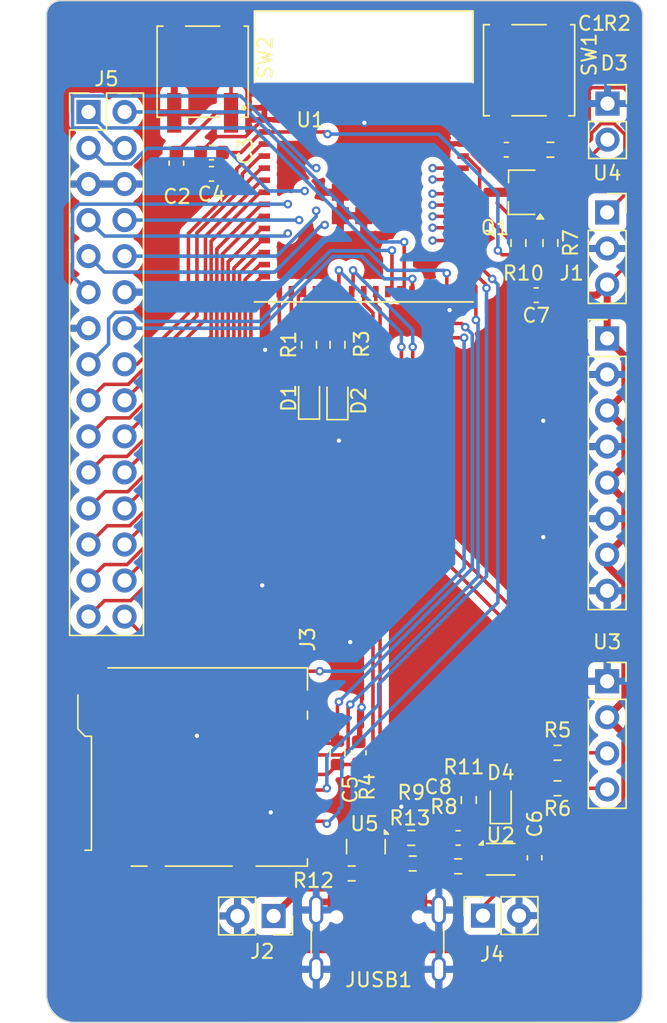
<source format=kicad_pcb>
(kicad_pcb (version 20240108) (generator "pcbnew") (generator_version "8.0")
  (layers (0 "F.Cu" signal "L1") (1 "In1.Cu" signal) (2 "In2.Cu" signal) (31 "B.Cu" signal "L4") (34 "B.Paste" user) (35 "F.Paste" user) (36 "B.SilkS" user "B.Silkscreen") (37 "F.SilkS" user "F.Silkscreen") (38 "B.Mask" user) (39 "F.Mask" user) (44 "Edge.Cuts" user))
  (net 0 "")
  (net 1 "GND")
  (net 2 "/ESP32_EN")
  (net 3 "VBUS")
  (net 4 "+3V3")
  (net 5 "/GPIO0")
  (net 6 "Net-(D1-A)")
  (net 7 "Net-(D2-A)")
  (net 8 "/GPIO33")
  (net 9 "/GPIO36")
  (net 10 "/GPIO37")
  (net 11 "/GPIO34")
  (net 12 "/GPIO35")
  (net 13 "/USB_N")
  (net 14 "Net-(JUSB1-CC2)")
  (net 15 "/USB_P")
  (net 16 "Net-(JUSB1-CC1)")
  (net 19 "Net-(Q1-G)")
  (net 20 "Net-(Q1-D)")
  (net 21 "/GPIO45")
  (net 22 "/GPIO15")
  (net 23 "/GPIO16")
  (net 24 "/I2C_SDA")
  (net 25 "/I2C_SCL")
  (net 26 "/GPIO7")
  (net 27 "/GPIO12")
  (net 28 "/GPIO39")
  (net 29 "/GPIO3")
  (net 30 "/GPIO5")
  (net 31 "/GPIO38")
  (net 32 "/GPIO21")
  (net 33 "/GPIO2")
  (net 34 "/GPIO48")
  (net 35 "/GPIO46")
  (net 36 "/GPIO8")
  (net 37 "/GPIO4")
  (net 38 "/GPIO11")
  (net 39 "/TXD")
  (net 40 "/GPIO1")
  (net 41 "/GPIO10")
  (net 42 "/GPIO41")
  (net 43 "/GPIO6")
  (net 44 "/GPIO40")
  (net 45 "/GPIO47")
  (net 46 "/RXD")
  (net 47 "/GPIO26")
  (net 48 "/GPIO14")
  (net 49 "/GPIO42")
  (net 50 "/GPIO9")
  (net 51 "/GPIO13")
  (net 52 "VBAT")
  (net 53 "Net-(D3-A)")
  (net 54 "Net-(D4-A)")
  (net 58 "Net-(U2-FB)")
  (footprint "PCM_Espressif:XCVR_ESP32-S3-MINI-1-N8" (layer "F.Cu") (at 118.35 31.5)
    (property "Reference" "U1")
    (property "Value" "ESP32-S3-MINI-1-N8")
  )
  (footprint "Resistor_SMD:R_0603_1608Metric" (layer "F.Cu") (at 116.5 42.25 90)
    (property "Reference" "R3")
    (property "Value" "1K")
  )
  (footprint "Resistor_SMD:R_0603_1608Metric" (layer "F.Cu") (at 131.5 28.5)
    (property "Reference" "R2")
    (property "Value" "10k")
  )
  (footprint "Connector_PinSocket_2.54mm:PinSocket_1x02_P2.54mm_Vertical" (layer "F.Cu") (at 112 82.5 -90)
    (property "Reference" "J2")
    (property "Value" "Conn_01x02")
  )
  (footprint "LED_SMD:LED_0603_1608Metric" (layer "F.Cu") (at 114.5 46 90)
    (property "Reference" "D1")
    (property "Value" "LED")
  )
  (footprint "Connector_PinSocket_2.54mm:PinSocket_1x02_P2.54mm_Vertical" (layer "F.Cu") (at 126.75 82.475 90)
    (property "Reference" "J4")
    (property "Value" "Conn_01x02")
  )
  (footprint "Capacitor_SMD:C_0603_1608Metric" (layer "F.Cu") (at 125 77 180)
    (property "Reference" "C8")
    (property "Value" "10uF")
  )
  (footprint "Connector_PinHeader_2.54mm:PinHeader_2x15_P2.54mm_Vertical" (layer "F.Cu") (at 98.96 25.84)
    (property "Reference" "J5")
    (property "Value" "Conn_02x15_Top_Bottom")
  )
  (footprint "Capacitor_SMD:C_0603_1608Metric" (layer "F.Cu") (at 130.5 38.75 180)
    (property "Reference" "C7")
    (property "Value" "2.2u")
  )
  (footprint "Resistor_SMD:R_0603_1608Metric" (layer "F.Cu") (at 125 79 180)
    (property "Reference" "R8")
    (property "Value" "1M")
  )
  (footprint "Connector_PinSocket_2.54mm:PinSocket_1x02_P2.54mm_Vertical" (layer "F.Cu") (at 135.525 25.25)
    (property "Reference" "D3")
    (property "Value" "IR204A")
  )
  (footprint "Package_TO_SOT_SMD:TSOT-23_HandSoldering" (layer "F.Cu") (at 129.5 31.5 180)
    (property "Reference" "Q1")
    (property "Value" "AO3400A")
  )
  (footprint "Button_Switch_SMD:SW_Push_1P1T_NO_CK_KSC6xxJ" (layer "F.Cu") (at 107 23 90)
    (property "Reference" "SW2")
    (property "Value" "BOOT")
  )
  (footprint "LED_SMD:LED_0603_1608Metric" (layer "F.Cu") (at 128 74.5 90)
    (property "Reference" "D4")
    (property "Value" "LED")
  )
  (footprint "Resistor_SMD:R_0603_1608Metric" (layer "F.Cu") (at 117.5 79.5 180)
    (property "Reference" "R12")
    (property "Value" "5.1k")
  )
  (footprint "Connector_Card:microSD_HC_Hirose_DM3BT-DSF-PEJS" (layer "F.Cu") (at 106.5 72 -90)
    (property "Reference" "J3")
    (property "Value" "Micro_SD_Card_Det2")
  )
  (footprint "Connector_PinSocket_2.54mm:PinSocket_1x04_P2.54mm_Vertical" (layer "F.Cu") (at 135.5 65.96)
    (property "Reference" "U3")
    (property "Value" "DM-OLED096-636")
  )
  (footprint "Capacitor_SMD:C_0603_1608Metric" (layer "F.Cu") (at 118 71 90)
    (property "Reference" "C5")
    (property "Value" "100n")
  )
  (footprint "Package_DFN_QFN:Diodes_UDFN-10_1.0x2.5mm_P0.5mm" (layer "F.Cu") (at 118.5 77.6125 -90)
    (property "Reference" "U5")
    (property "Value" "ESD7104MUTAG")
  )
  (footprint "Connector_USB:USB_C_Receptacle_GCT_USB4105-xx-A_16P_TopMnt_Horizontal" (layer "F.Cu") (at 119.32 85.18)
    (property "Reference" "JUSB1")
    (property "Value" "USB_C_Receptacle_USB2.0")
  )
  (footprint "Button_Switch_SMD:SW_Push_1P1T_NO_CK_KSC6xxJ" (layer "F.Cu") (at 130 22.9 90)
    (property "Reference" "SW1")
    (property "Value" "RESET")
  )
  (footprint "Resistor_SMD:R_0603_1608Metric" (layer "F.Cu") (at 121.7 77)
    (property "Reference" "R9")
    (property "Value" "200k")
  )
  (footprint "Capacitor_SMD:C_0603_1608Metric" (layer "F.Cu") (at 130.3875 78.4 90)
    (property "Reference" "C6")
    (property "Value" "10uF")
  )
  (footprint "Connector_PinSocket_2.54mm:PinSocket_1x03_P2.54mm_Vertical" (layer "F.Cu") (at 135.5 32.92)
    (property "Reference" "U4")
    (property "Value" "TSDP343xx")
  )
  (footprint "Capacitor_SMD:C_0603_1608Metric" (layer "F.Cu") (at 107.625 28.7 180)
    (property "Reference" "C3")
    (property "Value" "0.1uF")
  )
  (footprint "Resistor_SMD:R_0603_1608Metric" (layer "F.Cu") (at 132 73.5 180)
    (property "Reference" "R6")
    (property "Value" "4k7")
  )
  (footprint "Resistor_SMD:R_0603_1608Metric" (layer "F.Cu") (at 131.5 35.075 -90)
    (property "Reference" "R7")
    (property "Value" "1k")
  )
  (footprint "Package_SON:WSON-6-1EP_2x2mm_P0.65mm_EP1x1.6mm" (layer "F.Cu") (at 128 78.5)
    (property "Reference" "U2")
    (property "Value" "TLV75801PDRV")
  )
  (footprint "Resistor_SMD:R_0603_1608Metric" (layer "F.Cu") (at 129.25 35.075 -90)
    (property "Reference" "R10")
    (property "Value" "33")
  )
  (footprint "Capacitor_SMD:C_0603_1608Metric" (layer "F.Cu") (at 105.15 29.45 -90)
    (property "Reference" "C2")
    (property "Value" "0.1uF")
  )
  (footprint "LED_SMD:LED_0603_1608Metric" (layer "F.Cu") (at 116.5 46.0375 90)
    (property "Reference" "D2")
    (property "Value" "LED")
  )
  (footprint "Resistor_SMD:R_0603_1608Metric" (layer "F.Cu") (at 125.75 74.325 90)
    (property "Reference" "R11")
    (property "Value" "5.1k")
  )
  (footprint "Resistor_SMD:R_0603_1608Metric" (layer "F.Cu") (at 132 71 180)
    (property "Reference" "R5")
    (property "Value" "4k7")
  )
  (footprint "Capacitor_SMD:C_0603_1608Metric" (layer "F.Cu") (at 128.4 28.5 180)
    (property "Reference" "C1")
    (property "Value" "0.1uF")
  )
  (footprint "Resistor_SMD:R_0603_1608Metric" (layer "F.Cu") (at 114.5 42.25 90)
    (property "Reference" "R1")
    (property "Value" "1K")
  )
  (footprint "Capacitor_SMD:C_0603_1608Metric" (layer "F.Cu") (at 107.625 30.2 180)
    (property "Reference" "C4")
    (property "Value" "10uF")
  )
  (footprint "Resistor_SMD:R_0603_1608Metric" (layer "F.Cu") (at 121.8 78.8)
    (property "Reference" "R13")
    (property "Value" "5.1k")
  )
  (footprint "Resistor_SMD:R_0603_1608Metric" (layer "F.Cu") (at 116.5 71 -90)
    (property "Reference" "R4")
    (property "Value" "5k1")
  )
  (footprint "Connector_PinHeader_2.54mm:PinHeader_1x08_P2.54mm_Vertical" (layer "F.Cu") (at 135.5 41.8)
    (property "Reference" "J1")
    (property "Value" "Conn_01x08")
  )
  (gr_line (start 135.985786 89.985786) (end 98.000001 89.999999) (stroke (width 0.1)) (layer "Edge.Cuts"))
  (gr_line (start 97 18) (end 137 18) (stroke (width 0.1)) (layer "Edge.Cuts"))
  (gr_line (start 138 19) (end 137.985786 87.985786) (stroke (width 0.1)) (layer "Edge.Cuts"))
  (gr_arc (start 137 18) (mid 137.707107 18.292893) (end 138 19) (stroke (width 0.1)) (layer "Edge.Cuts"))
  (gr_arc (start 98.000001 89.999999) (mid 96.585787 89.414213) (end 96.000001 87.999999) (stroke (width 0.1)) (layer "Edge.Cuts"))
  (gr_arc (start 96 19) (mid 96.292893 18.292893) (end 97 18) (stroke (width 0.1)) (layer "Edge.Cuts"))
  (gr_line (start 96.000001 87.999999) (end 96 19) (stroke (width 0.1)) (layer "Edge.Cuts"))
  (gr_arc (start 137.985786 87.985786) (mid 137.4 89.4) (end 135.985786 89.985786) (stroke (width 0.1)) (layer "Edge.Cuts"))
  (segment (start 106.85 30.2) (end 106.85 28.7) (width 0.25) (layer "F.Cu") (net 1))
  (segment (start 118.24986 78.75014) (end 118.5 78.5) (width 0.25) (layer "F.Cu") (net 1))
  (segment (start 118.5 77.2625) (end 118.5 76.6625) (width 0.25) (layer "F.Cu") (net 1))
  (segment (start 118.2 67.8) (end 118 68) (width 0.25) (layer "F.Cu") (net 1))
  (segment (start 106.825 30.225) (end 106.85 30.2) (width 0.25) (layer "F.Cu") (net 1))
  (segment (start 117.4 63.2) (end 118.2 64) (width 0.25) (layer "F.Cu") (net 1))
  (segment (start 122.52 81.5) (end 123.065 81.5) (width 0.25) (layer "F.Cu") (net 1))
  (segment (start 123.065 81.5) (end 123.64 82.075) (width 0.25) (layer "F.Cu") (net 1))
  (segment (start 106.85 28.7) (end 107.97514 27.57486) (width 0.25) (layer "F.Cu") (net 1))
  (segment (start 127.625 28.5) (end 127.625 26.175) (width 0.25) (layer "F.Cu") (net 1))
  (segment (start 110.02514 27.57486) (end 111.2 26.4) (width 0.25) (layer "F.Cu") (net 1))
  (segment (start 118.2 64) (end 118.2 67.8) (width 0.25) (layer "F.Cu") (net 1))
  (segment (start 107.97514 27.57486) (end 110.02514 27.57486) (width 0.25) (layer "F.Cu") (net 1))
  (segment (start 105.15 30.225) (end 106.825 30.225) (width 0.25) (layer "F.Cu") (net 1))
  (segment (start 118.5 76.6625) (end 116.5625 74.725) (width 0.25) (layer "F.Cu") (net 1))
  (segment (start 118.5 78.025) (end 118.5 77.2625) (width 0.25) (layer "F.Cu") (net 1))
  (segment (start 117.42486 78.75014) (end 118.24986 78.75014) (width 0.25) (layer "F.Cu") (net 1))
  (segment (start 118.5 78.5) (end 118.5 78.025) (width 0.25) (layer "F.Cu") (net 1))
  (segment (start 116.675 79.5) (end 117.42486 78.75014) (width 0.25) (layer "F.Cu") (net 1))
  (segment (start 118 68) (end 118 70.225) (width 0.25) (layer "F.Cu") (net 1))
  (segment (start 111.05028 26.4) (end 111.35 26.4) (width 0.25) (layer "F.Cu") (net 1))
  (segment (start 127.625 26.175) (end 128 25.8) (width 0.25) (layer "F.Cu") (net 1))
  (segment (start 116.5625 74.725) (end 114.125 74.725) (width 0.25) (layer "F.Cu") (net 1))
  (segment (start 111.2 26.4) (end 111.35 26.4) (width 0.25) (layer "F.Cu") (net 1))
  (via (at 124.4 39.8) (size 0.604799) (drill 0.299999) (layers "F.Cu" "B.Cu") (net 1))
  (via (at 111.8 75.2) (size 0.604799) (drill 0.299999) (layers "F.Cu" "B.Cu") (net 1))
  (via (at 106.6 69.8) (size 0.604799) (drill 0.299999) (layers "F.Cu" "B.Cu") (net 1))
  (via (at 117.4 63.2) (size 0.604799) (drill 0.299999) (layers "F.Cu" "B.Cu") (net 1))
  (via (at 111.2 59.2) (size 0.604799) (drill 0.299999) (layers "F.Cu" "B.Cu") (net 1))
  (via (at 118.4 26.6) (size 0.604799) (drill 0.299999) (layers "F.Cu" "B.Cu") (net 1))
  (via (at 131 47.6) (size 0.604799) (drill 0.299999) (layers "F.Cu" "B.Cu") (net 1))
  (via (at 131 55.8) (size 0.604799) (drill 0.299999) (layers "F.Cu" "B.Cu") (net 1))
  (via (at 121 74.8) (size 0.604799) (drill 0.299999) (layers "F.Cu" "B.Cu") (net 1))
  (via (at 118.2 67.8) (size 0.604799) (drill 0.299999) (layers "F.Cu" "B.Cu") (net 1))
  (via (at 116.6 49) (size 0.604799) (drill 0.299999) (layers "F.Cu" "B.Cu") (net 1))
  (via (at 111.4 42.6) (size 0.604799) (drill 0.299999) (layers "F.Cu" "B.Cu") (net 1))
  (segment (start 127.186716 29.24986) (end 126.42472 28.487864) (width 0.25) (layer "F.Cu") (net 2))
  (segment (start 130.675 28.5) (end 130.675 27.125) (width 0.25) (layer "F.Cu") (net 2))
  (segment (start 126.42472 28.487864) (end 126.42472 26.325) (width 0.25) (layer "F.Cu") (net 2))
  (segment (start 128.42514 29.24986) (end 127.186716 29.24986) (width 0.25) (layer "F.Cu") (net 2))
  (segment (start 132 20) (end 132 25.8) (width 0.25) (layer "F.Cu") (net 2))
  (segment (start 129.175 28.5) (end 128.42514 29.24986) (width 0.25) (layer "F.Cu") (net 2))
  (segment (start 126.42472 26.325) (end 125.64972 25.55) (width 0.25) (layer "F.Cu") (net 2))
  (segment (start 125.64972 25.55) (end 125.35 25.55) (width 0.25) (layer "F.Cu") (net 2))
  (segment (start 129.175 28.5) (end 130.675 28.5) (width 0.25) (layer "F.Cu") (net 2))
  (segment (start 130.675 27.125) (end 132 25.8) (width 0.25) (layer "F.Cu") (net 2))
  (segment (start 112 82.5) (end 113.97486 80.52514) (width 0.5) (layer "F.Cu") (net 3))
  (segment (start 118 78) (end 118 77.225) (width 0.25) (layer "F.Cu") (net 3))
  (segment (start 116.501916 80.52514) (end 116.92 80.943224) (width 0.5) (layer "F.Cu") (net 3))
  (segment (start 121.72 81.5) (end 121.72 82.074999) (width 0.25) (layer "F.Cu") (net 3))
  (segment (start 118.198144 83.2) (end 116.92 81.921856) (width 0.25) (layer "F.Cu") (net 3))
  (segment (start 112.225 82.5) (end 112 82.5) (width 0.25) (layer "F.Cu") (net 3))
  (segment (start 121.72 82.074999) (end 120.594999 83.2) (width 0.25) (layer "F.Cu") (net 3))
  (segment (start 117.125 77.225) (end 112 82.35) (width 0.25) (layer "F.Cu") (net 3))
  (segment (start 120.594999 83.2) (end 118.198144 83.2) (width 0.25) (layer "F.Cu") (net 3))
  (segment (start 117.5 77.225) (end 117.125 77.225) (width 0.25) (layer "F.Cu") (net 3))
  (segment (start 113.97486 80.52514) (end 116.501916 80.52514) (width 0.5) (layer "F.Cu") (net 3))
  (segment (start 116.92 81.921856) (end 116.92 81.5) (width 0.25) (layer "F.Cu") (net 3))
  (segment (start 116.92 80.943224) (end 116.92 81.5) (width 0.5) (layer "F.Cu") (net 3))
  (segment (start 112 82.35) (end 112 82.5) (width 0.25) (layer "F.Cu") (net 3))
  (segment (start 117.5 77.225) (end 118 77.225) (width 0.25) (layer "F.Cu") (net 3))
  (segment (start 136.74986 59.062291) (end 136.74986 67.25014) (width 0.5) (layer "F.Cu") (net 4))
  (segment (start 127.1125 77.85) (end 126.625 77.85) (width 0.25) (layer "F.Cu") (net 4))
  (segment (start 114.125 72.525) (end 115.8 72.525) (width 0.25) (layer "F.Cu") (net 4))
  (segment (start 136.74986 48.12986) (end 136.74986 50.71014) (width 0.5) (layer "F.Cu") (net 4))
  (segment (start 132.256855 75.25) (end 136 75.25) (width 0.5) (layer "F.Cu") (net 4))
  (segment (start 131.175 74.168145) (end 132.256855 75.25) (width 0.5) (layer "F.Cu") (net 4))
  (segment (start 136.74986 50.71014) (end 135.5 51.96) (width 0.5) (layer "F.Cu") (net 4))
  (segment (start 135.5 57.04) (end 135.5 57.812431) (width 0.5) (layer "F.Cu") (net 4))
  (segment (start 136.74986 69.74986) (end 135.5 68.5) (width 0.5) (layer "F.Cu") (net 4))
  (segment (start 115.65 27.25) (end 111.35 27.25) (width 0.25) (layer "F.Cu") (net 4))
  (segment (start 129.25 35.9) (end 129.25 36.725) (width 0.5) (layer "F.Cu") (net 4))
  (segment (start 124.175 78.6) (end 125.775 77) (width 0.25) (layer "F.Cu") (net 4))
  (segment (start 109.7 28.7) (end 111.15 27.25) (width 0.25) (layer "F.Cu") (net 4))
  (segment (start 102.5 62.4) (end 102.5 79.25) (width 0.25) (layer "F.Cu") (net 4))
  (segment (start 125.220988 72.70014) (end 124.75 73.171128) (width 0.5) (layer "F.Cu") (net 4))
  (segment (start 131.175 73.5) (end 131.175 74.168145) (width 0.5) (layer "F.Cu") (net 4))
  (segment (start 131.175 83.825) (end 131.175 73.5) (width 0.25) (layer "F.Cu") (net 4))
  (segment (start 131.175 73.5) (end 130.37514 72.70014) (width 0.5) (layer "F.Cu") (net 4))
  (segment (start 137.2 24.67528) (end 137.2 36.3) (width 0.25) (layer "F.Cu") (net 4))
  (segment (start 136.64986 24.12514) (end 137.2 24.67528) (width 0.25) (layer "F.Cu") (net 4))
  (segment (start 108.4 28.7) (end 109.7 28.7) (width 0.25) (layer "F.Cu") (net 4))
  (segment (start 136.74986 74.50014) (end 136.74986 69.74986) (width 0.5) (layer "F.Cu") (net 4))
  (segment (start 126.625 77.85) (end 125.775 77) (width 0.25) (layer "F.Cu") (net 4))
  (segment (start 108.4 30.2) (end 108.4 28.7) (width 0.25) (layer "F.Cu") (net 4))
  (segment (start 111.498222 72.525) (end 105 79.023222) (width 0.25) (layer "F.Cu") (net 4))
  (segment (start 131.175 73.5) (end 131.175 71) (width 0.5) (layer "F.Cu") (net 4))
  (segment (start 134.75 38.75) (end 135.5 38) (width 0.5) (layer "F.Cu") (net 4))
  (segment (start 115.8 72.525) (end 116.5 71.825) (width 0.25) (layer "F.Cu") (net 4))
  (segment (start 136.74986 53.20986) (end 136.74986 55.79014) (width 0.5) (layer "F.Cu") (net 4))
  (segment (start 104.375 81.125) (end 108.25 85) (width 0.25) (layer "F.Cu") (net 4))
  (segment (start 137.2 36.3) (end 135.5 38) (width 0.25) (layer "F.Cu") (net 4))
  (segment (start 117.95 71.825) (end 118 71.775) (width 0.25) (layer "F.Cu") (net 4))
  (segment (start 136.74986 55.79014) (end 135.5 57.04) (width 0.5) (layer "F.Cu") (net 4))
  (segment (start 130.37514 72.70014) (end 125.220988 72.70014) (width 0.5) (layer "F.Cu") (net 4))
  (segment (start 105 80.5) (end 104.375 81.125) (width 0.25) (layer "F.Cu") (net 4))
  (segment (start 129.25 36.725) (end 131.275 38.75) (width 0.5) (layer "F.Cu") (net 4))
  (segment (start 102.5 79.25) (end 104.375 81.125) (width 0.25) (layer "F.Cu") (net 4))
  (segment (start 136 75.25) (end 136.74986 74.50014) (width 0.5) (layer "F.Cu") (net 4))
  (segment (start 124.175 79) (end 124.175 78.6) (width 0.25) (layer "F.Cu") (net 4))
  (segment (start 135.5 38) (end 135.5 41.8) (width 0.5) (layer "F.Cu") (net 4))
  (segment (start 127.8 35.6) (end 128.1 35.9) (width 0.25) (layer "F.Cu") (net 4))
  (segment (start 130 85) (end 131.175 83.825) (width 0.25) (layer "F.Cu") (net 4))
  (segment (start 108.25 85) (end 130 85) (width 0.25) (layer "F.Cu") (net 4))
  (segment (start 136.74986 43.04986) (end 136.74986 45.63014) (width 0.5) (layer "F.Cu") (net 4))
  (segment (start 128.1 35.9) (end 129.25 35.9) (width 0.25) (layer "F.Cu") (net 4))
  (segment (start 135.5 51.96) (end 136.74986 53.20986) (width 0.5) (layer "F.Cu") (net 4))
  (segment (start 136.74986 67.25014) (end 135.5 68.5) (width 0.5) (layer "F.Cu") (net 4))
  (segment (start 105 79.023222) (end 105 80.5) (width 0.25) (layer "F.Cu") (net 4))
  (segment (start 114.125 72.525) (end 111.498222 72.525) (width 0.25) (layer "F.Cu") (net 4))
  (segment (start 111.15 27.25) (end 111.35 27.25) (width 0.25) (layer "F.Cu") (net 4))
  (segment (start 132.325 28.5) (end 134.234513 26.590487) (width 0.25) (layer "F.Cu") (net 4))
  (segment (start 135.5 41.8) (end 136.74986 43.04986) (width 0.5) (layer "F.Cu") (net 4))
  (segment (start 124.75 74.15) (end 125.75 75.15) (width 0.5) (layer "F.Cu") (net 4))
  (segment (start 124.75 73.171128) (end 124.75 74.15) (width 0.5) (layer "F.Cu") (net 4))
  (segment (start 136.74986 45.63014) (end 135.5 46.88) (width 0.5) (layer "F.Cu") (net 4))
  (segment (start 125.775 75.175) (end 125.75 75.15) (width 0.5) (layer "F.Cu") (net 4))
  (segment (start 115.8 27.4) (end 115.65 27.25) (width 0.25) (layer "F.Cu") (net 4))
  (segment (start 134.234513 24.290767) (end 134.40014 24.12514) (width 0.25) (layer "F.Cu") (net 4))
  (segment (start 135.5 46.88) (end 136.74986 48.12986) (width 0.5) (layer "F.Cu") (net 4))
  (segment (start 131.275 38.75) (end 134.75 38.75) (width 0.5) (layer "F.Cu") (net 4))
  (segment (start 135.5 57.812431) (end 136.74986 59.062291) (width 0.5) (layer "F.Cu") (net 4))
  (segment (start 125.775 77) (end 125.775 75.175) (width 0.5) (layer "F.Cu") (net 4))
  (segment (start 116.5 71.825) (end 117.95 71.825) (width 0.25) (layer "F.Cu") (net 4))
  (segment (start 134.40014 24.12514) (end 136.64986 24.12514) (width 0.25) (layer "F.Cu") (net 4))
  (segment (start 134.234513 26.590487) (end 134.234513 24.290767) (width 0.25) (layer "F.Cu") (net 4))
  (segment (start 101.5 61.4) (end 102.5 62.4) (width 0.25) (layer "F.Cu") (net 4))
  (via (at 127.8 35.6) (size 0.604799) (drill 0.299999) (layers "F.Cu" "B.Cu") (net 4))
  (via (at 115.8 27.4) (size 0.604799) (drill 0.299999) (layers "F.Cu" "B.Cu") (net 4))
  (segment (start 123.6 27.4) (end 127.8 31.6) (width 0.25) (layer "B.Cu") (net 4))
  (segment (start 115.8 27.4) (end 123.6 27.4) (width 0.25) (layer "B.Cu") (net 4))
  (segment (start 127.8 31.6) (end 127.8 35.6) (width 0.25) (layer "B.Cu") (net 4))
  (segment (start 109 20.1) (end 109 25.9) (width 0.25) (layer "F.Cu") (net 5))
  (segment (start 108.838284 30.94986) (end 109.4 30.388144) (width 0.25) (layer "F.Cu") (net 5))
  (segment (start 109.4 30.388144) (end 109.4 29.85) (width 0.25) (layer "F.Cu") (net 5))
  (segment (start 105.15 28.675) (end 104.40014 29.42486) (width 0.25) (layer "F.Cu") (net 5))
  (segment (start 105.15 28.675) (end 107.925 25.9) (width 0.25) (layer "F.Cu") (net 5))
  (segment (start 107.925 25.9) (end 109 25.9) (width 0.25) (layer "F.Cu") (net 5))
  (segment (start 111.15 28.1) (end 111.35 28.1) (width 0.25) (layer "F.Cu") (net 5))
  (segment (start 109.4 29.85) (end 111.15 28.1) (width 0.25) (layer "F.Cu") (net 5))
  (segment (start 104.40014 29.42486) (end 104.40014 30.80014) (width 0.25) (layer "F.Cu") (net 5))
  (segment (start 104.54986 30.94986) (end 108.838284 30.94986) (width 0.25) (layer "F.Cu") (net 5))
  (segment (start 104.40014 30.80014) (end 104.54986 30.94986) (width 0.25) (layer "F.Cu") (net 5))
  (segment (start 114.5 43.075) (end 114.5 45.2125) (width 0.25) (layer "F.Cu") (net 6))
  (segment (start 116.5 45.25) (end 116.5 43.075) (width 0.25) (layer "F.Cu") (net 7))
  (segment (start 112.4 66.6) (end 113.75 65.25) (width 0.25) (layer "F.Cu") (net 8))
  (segment (start 124.1852 41.750688) (end 122.6 40.165488) (width 0.25) (layer "F.Cu") (net 8))
  (segment (start 112.4 70.6) (end 112.4 66.6) (width 0.25) (layer "F.Cu") (net 8))
  (segment (start 113.75 65.25) (end 115.25 65.25) (width 0.25) (layer "F.Cu") (net 8))
  (segment (start 125.42267 41.750688) (end 124.1852 41.750688) (width 0.25) (layer "F.Cu") (net 8))
  (segment (start 122.6 40.165488) (end 122.6 38.5) (width 0.25) (layer "F.Cu") (net 8))
  (segment (start 103.725 78.725) (end 104.275 78.725) (width 0.25) (layer "F.Cu") (net 8))
  (segment (start 104.275 78.725) (end 112.4 70.6) (width 0.25) (layer "F.Cu") (net 8))
  (via (at 115.25 65.25) (size 0.604799) (drill 0.299999) (layers "F.Cu" "B.Cu") (net 8))
  (via (at 125.42267 41.750688) (size 0.604799) (drill 0.299999) (layers "F.Cu" "B.Cu") (net 8))
  (segment (start 125.42267 57.97733) (end 125.42267 41.750688) (width 0.25) (layer "B.Cu") (net 8))
  (segment (start 115.25 65.25) (end 118.15 65.25) (width 0.25) (layer "B.Cu") (net 8))
  (segment (start 118.15 65.25) (end 125.42267 57.97733) (width 0.25) (layer "B.Cu") (net 8))
  (segment (start 115.625 73.625) (end 115.75 73.5) (width 0.25) (layer "F.Cu") (net 9))
  (segment (start 114.125 73.625) (end 115.625 73.625) (width 0.25) (layer "F.Cu") (net 9))
  (segment (start 127 38.25) (end 127 38.05) (width 0.25) (layer "F.Cu") (net 9))
  (segment (start 125.55 36.6) (end 125.35 36.6) (width 0.25) (layer "F.Cu") (net 9))
  (segment (start 127 38.05) (end 125.55 36.6) (width 0.25) (layer "F.Cu") (net 9))
  (via (at 115.75 73.5) (size 0.604799) (drill 0.299999) (layers "F.Cu" "B.Cu") (net 9))
  (via (at 127 38.25) (size 0.604799) (drill 0.299999) (layers "F.Cu" "B.Cu") (net 9))
  (segment (start 119.4 67.6) (end 119.4 66.165488) (width 0.25) (layer "B.Cu") (net 9))
  (segment (start 119.4 66.165488) (end 127 58.565488) (width 0.25) (layer "B.Cu") (net 9))
  (segment (start 115.75 73.5) (end 115.75 71.25) (width 0.25) (layer "B.Cu") (net 9))
  (segment (start 127 58.565488) (end 127 38.25) (width 0.25) (layer "B.Cu") (net 9))
  (segment (start 115.75 71.25) (end 119.4 67.6) (width 0.25) (layer "B.Cu") (net 9))
  (segment (start 115.575 75.825) (end 115.75 76) (width 0.25) (layer "F.Cu") (net 10))
  (segment (start 125.55 35.75) (end 125.35 35.75) (width 0.25) (layer "F.Cu") (net 10))
  (segment (start 114.125 75.825) (end 115.575 75.825) (width 0.25) (layer "F.Cu") (net 10))
  (segment (start 127.4 37.6) (end 125.55 35.75) (width 0.25) (layer "F.Cu") (net 10))
  (via (at 127.4 37.6) (size 0.604799) (drill 0.299999) (layers "F.Cu" "B.Cu") (net 10))
  (via (at 115.75 76) (size 0.604799) (drill 0.299999) (layers "F.Cu" "B.Cu") (net 10))
  (segment (start 115.75 76) (end 116.6 75.15) (width 0.25) (layer "B.Cu") (net 10))
  (segment (start 116.8 71.4) (end 127.8 60.4) (width 0.25) (layer "B.Cu") (net 10))
  (segment (start 116.6 75.15) (end 116.6 75) (width 0.25) (layer "B.Cu") (net 10))
  (segment (start 116.8 74.8) (end 116.8 71.4) (width 0.25) (layer "B.Cu") (net 10))
  (segment (start 116.6 75) (end 116.8 74.8) (width 0.25) (layer "B.Cu") (net 10))
  (segment (start 127.8 60.4) (end 127.8 38) (width 0.25) (layer "B.Cu") (net 10))
  (segment (start 127.8 38) (end 127.4 37.6) (width 0.25) (layer "B.Cu") (net 10))
  (segment (start 123.75 40.75) (end 123.45 40.45) (width 0.25) (layer "F.Cu") (net 11))
  (segment (start 125.25 40.75) (end 123.75 40.75) (width 0.25) (layer "F.Cu") (net 11))
  (segment (start 125.5 41) (end 125.25 40.75) (width 0.25) (layer "F.Cu") (net 11))
  (segment (start 114.125 70.325) (end 116.35 70.325) (width 0.25) (layer "F.Cu") (net 11))
  (segment (start 123.45 40.45) (end 123.45 38.5) (width 0.25) (layer "F.Cu") (net 11))
  (segment (start 116.5 67.5) (end 116.5 70.175) (width 0.25) (layer "F.Cu") (net 11))
  (segment (start 116.35 70.325) (end 116.5 70.175) (width 0.25) (layer "F.Cu") (net 11))
  (segment (start 116.6 67.4) (end 116.5 67.5) (width 0.25) (layer "F.Cu") (net 11))
  (via (at 125.5 41) (size 0.604799) (drill 0.299999) (layers "F.Cu" "B.Cu") (net 11))
  (via (at 116.6 67.4) (size 0.604799) (drill 0.299999) (layers "F.Cu" "B.Cu") (net 11))
  (segment (start 125.99993 41.49993) (end 125.5 41) (width 0.25) (layer "B.Cu") (net 11))
  (segment (start 125.99993 58.00007) (end 125.99993 41.49993) (width 0.25) (layer "B.Cu") (net 11))
  (segment (start 116.6 67.4) (end 125.99993 58.00007) (width 0.25) (layer "B.Cu") (net 11))
  (segment (start 117.25 70.75) (end 116.84986 71.15014) (width 0.25) (layer "F.Cu") (net 12))
  (segment (start 117.25 67.75) (end 117.25 70.75) (width 0.25) (layer "F.Cu") (net 12))
  (segment (start 114.39986 71.15014) (end 114.125 71.425) (width 0.25) (layer "F.Cu") (net 12))
  (segment (start 117.4 67.6) (end 117.25 67.75) (width 0.25) (layer "F.Cu") (net 12))
  (segment (start 116.84986 71.15014) (end 114.39986 71.15014) (width 0.25) (layer "F.Cu") (net 12))
  (segment (start 126.25 38.15) (end 126.25 40.5) (width 0.25) (layer "F.Cu") (net 12))
  (segment (start 125.35 37.45) (end 125.55 37.45) (width 0.25) (layer "F.Cu") (net 12))
  (segment (start 125.55 37.45) (end 126.25 38.15) (width 0.25) (layer "F.Cu") (net 12))
  (via (at 117.4 67.6) (size 0.604799) (drill 0.299999) (layers "F.Cu" "B.Cu") (net 12))
  (via (at 126.25 40.5) (size 0.604799) (drill 0.299999) (layers "F.Cu" "B.Cu") (net 12))
  (segment (start 126.39979 58.60021) (end 126.39979 40.64979) (width 0.25) (layer "B.Cu") (net 12))
  (segment (start 126.39979 40.64979) (end 126.25 40.5) (width 0.25) (layer "B.Cu") (net 12))
  (segment (start 117.4 67.6) (end 126.39979 58.60021) (width 0.25) (layer "B.Cu") (net 12))
  (segment (start 118.57 81.5) (end 118.57 82.071856) (width 0.25) (layer "F.Cu") (net 13))
  (segment (start 118.35 39.35) (end 119 40) (width 0.25) (layer "F.Cu") (net 13))
  (segment (start 119 78) (end 119 80.355001) (width 0.25) (layer "F.Cu") (net 13))
  (segment (start 119 77.225) (end 119 78) (width 0.25) (layer "F.Cu") (net 13))
  (segment (start 118.35 38.5) (end 118.35 39.35) (width 0.25) (layer "F.Cu") (net 13))
  (segment (start 118.57 82.071856) (end 118.848004 82.34986) (width 0.25) (layer "F.Cu") (net 13))
  (segment (start 118.848004 82.34986) (end 119.291996 82.34986) (width 0.25) (layer "F.Cu") (net 13))
  (segment (start 119.57 82.071856) (end 119.57 81.5) (width 0.25) (layer "F.Cu") (net 13))
  (segment (start 119 40) (end 119 77.225) (width 0.25) (layer "F.Cu") (net 13))
  (segment (start 119 80.355001) (end 118.57 80.785001) (width 0.25) (layer "F.Cu") (net 13))
  (segment (start 119.291996 82.34986) (end 119.57 82.071856) (width 0.25) (layer "F.Cu") (net 13))
  (segment (start 118.6 81.47) (end 118.57 81.5) (width 0.25) (layer "F.Cu") (net 13))
  (segment (start 118.57 80.785001) (end 118.57 81.5) (width 0.25) (layer "F.Cu") (net 13))
  (segment (start 121.07 79.77) (end 121.07 81.5) (width 0.25) (layer "F.Cu") (net 14))
  (segment (start 120.975 79.675) (end 121.07 79.77) (width 0.25) (layer "F.Cu") (net 14))
  (segment (start 120.975 78.8) (end 120.975 79.675) (width 0.25) (layer "F.Cu") (net 14))
  (segment (start 119.07 80.850488) (end 119.07 81.5) (width 0.25) (layer "F.Cu") (net 15))
  (segment (start 119.5 78) (end 119.5 80.420488) (width 0.25) (layer "F.Cu") (net 15))
  (segment (start 119.5 78) (end 119.5 80.355001) (width 0.25) (layer "F.Cu") (net 15))
  (segment (start 119.5 80.420488) (end 119.07 80.850488) (width 0.25) (layer "F.Cu") (net 15))
  (segment (start 119.5 80.355001) (end 120.07 80.925001) (width 0.25) (layer "F.Cu") (net 15))
  (segment (start 119.1 81.47) (end 119.07 81.5) (width 0.25) (layer "F.Cu") (net 15))
  (segment (start 119.2 39.45) (end 119.5 39.75) (width 0.25) (layer "F.Cu") (net 15))
  (segment (start 119.5 39.75) (end 119.5 77.225) (width 0.25) (layer "F.Cu") (net 15))
  (segment (start 119.5 77.225) (end 119.5 78) (width 0.25) (layer "F.Cu") (net 15))
  (segment (start 119.2 38.5) (end 119.2 39.45) (width 0.25) (layer "F.Cu") (net 15))
  (segment (start 120.07 80.925001) (end 120.07 81.5) (width 0.25) (layer "F.Cu") (net 15))
  (segment (start 118.325 79.5) (end 118.07 79.755) (width 0.25) (layer "F.Cu") (net 16))
  (segment (start 118.07 79.755) (end 118.07 81.5) (width 0.25) (layer "F.Cu") (net 16))
  (segment (start 131.21 32.45) (end 131.21 32.96) (width 0.25) (layer "F.Cu") (net 19))
  (segment (start 131.5 33.25) (end 131.5 34.25) (width 0.25) (layer "F.Cu") (net 19))
  (segment (start 131.21 32.96) (end 131.5 33.25) (width 0.25) (layer "F.Cu") (net 19))
  (segment (start 127.79 32.21) (end 127.75 32.25) (width 0.25) (layer "F.Cu") (net 20))
  (segment (start 127.75 32.25) (end 129.25 33.75) (width 0.25) (layer "F.Cu") (net 20))
  (segment (start 127.79 31.5) (end 127.79 32.21) (width 0.25) (layer "F.Cu") (net 20))
  (segment (start 129.25 33.75) (end 129.25 34.25) (width 0.25) (layer "F.Cu") (net 20))
  (segment (start 130.82514 35.22514) (end 131.5 35.9) (width 0.25) (layer "F.Cu") (net 21))
  (segment (start 126.51514 29.91514) (end 126.51514 32.74028) (width 0.25) (layer "F.Cu") (net 21))
  (segment (start 125.55 28.95) (end 126.51514 29.91514) (width 0.25) (layer "F.Cu") (net 21))
  (segment (start 129 35.22514) (end 130.82514 35.22514) (width 0.25) (layer "F.Cu") (net 21))
  (segment (start 125.35 28.95) (end 125.55 28.95) (width 0.25) (layer "F.Cu") (net 21))
  (segment (start 126.51514 32.74028) (end 129 35.22514) (width 0.25) (layer "F.Cu") (net 21))
  (segment (start 114.95 40.975) (end 114.95 38.5) (width 0.25) (layer "F.Cu") (net 22))
  (segment (start 114.5 41.425) (end 114.95 40.975) (width 0.25) (layer "F.Cu") (net 22))
  (segment (start 115.8 40.725) (end 115.8 38.5) (width 0.25) (layer "F.Cu") (net 23))
  (segment (start 116.5 41.425) (end 115.8 40.725) (width 0.25) (layer "F.Cu") (net 23))
  (segment (start 135.46 71) (end 135.5 71.04) (width 0.25) (layer "F.Cu") (net 24))
  (segment (start 121.8 53.8) (end 132.825 64.825) (width 0.25) (layer "F.Cu") (net 24))
  (segment (start 132.825 64.825) (end 132.825 71) (width 0.25) (layer "F.Cu") (net 24))
  (segment (start 117.6 37) (end 117.6 38.4) (width 0.25) (layer "F.Cu") (net 24))
  (segment (start 117.6 38.4) (end 117.5 38.5) (width 0.25) (layer "F.Cu") (net 24))
  (segment (start 121.8 42.4) (end 121.8 53.8) (width 0.25) (layer "F.Cu") (net 24))
  (segment (start 132.825 71) (end 135.46 71) (width 0.25) (layer "F.Cu") (net 24))
  (via (at 117.6 37) (size 0.604799) (drill 0.299999) (layers "F.Cu" "B.Cu") (net 24))
  (via (at 121.8 42.4) (size 0.604799) (drill 0.299999) (layers "F.Cu" "B.Cu") (net 24))
  (segment (start 121.8 42.4) (end 121.8 41.2) (width 0.25) (layer "B.Cu") (net 24))
  (segment (start 121.8 41.2) (end 117.6 37) (width 0.25) (layer "B.Cu") (net 24))
  (segment (start 131.84986 65.24986) (end 131.84986 72.52486) (width 0.25) (layer "F.Cu") (net 25))
  (segment (start 116.6 37) (end 116.6 38.45) (width 0.25) (layer "F.Cu") (net 25))
  (segment (start 135.42 73.5) (end 135.5 73.58) (width 0.25) (layer "F.Cu") (net 25))
  (segment (start 121 42.4) (end 121 54.4) (width 0.25) (layer "F.Cu") (net 25))
  (segment (start 131.84986 72.52486) (end 132.825 73.5) (width 0.25) (layer "F.Cu") (net 25))
  (segment (start 121 54.4) (end 131.84986 65.24986) (width 0.25) (layer "F.Cu") (net 25))
  (segment (start 132.825 73.5) (end 135.42 73.5) (width 0.25) (layer "F.Cu") (net 25))
  (segment (start 116.6 38.45) (end 116.65 38.5) (width 0.25) (layer "F.Cu") (net 25))
  (via (at 116.6 37) (size 0.604799) (drill 0.299999) (layers "F.Cu" "B.Cu") (net 25))
  (via (at 121 42.4) (size 0.604799) (drill 0.299999) (layers "F.Cu" "B.Cu") (net 25))
  (segment (start 121 41.4) (end 116.6 37) (width 0.25) (layer "B.Cu") (net 25))
  (segment (start 121 42.4) (end 121 41.4) (width 0.25) (layer "B.Cu") (net 25))
  (segment (start 108.8 36.4) (end 108.8 43.94) (width 0.25) (layer "F.Cu") (net 26))
  (segment (start 111.35 34.05) (end 111.15 34.05) (width 0.25) (layer "F.Cu") (net 26))
  (segment (start 111.15 34.05) (end 108.8 36.4) (width 0.25) (layer "F.Cu") (net 26))
  (segment (start 108.8 43.94) (end 101.5 51.24) (width 0.25) (layer "F.Cu") (net 26))
  (segment (start 112.4 38.5) (end 112.4 47.010793) (width 0.25) (layer "F.Cu") (net 27))
  (segment (start 101.675653 57.73514) (end 100.08486 57.73514) (width 0.25) (layer "F.Cu") (net 27))
  (segment (start 112.4 47.010793) (end 101.675653 57.73514) (width 0.25) (layer "F.Cu") (net 27))
  (segment (start 100.08486 57.73514) (end 98.96 58.86) (width 0.25) (layer "F.Cu") (net 27))
  (segment (start 123.2 34) (end 125.3 34) (width 0.25) (layer "F.Cu") (net 28))
  (segment (start 125.3 34) (end 125.35 34.05) (width 0.25) (layer "F.Cu") (net 28))
  (via (at 123.2 34) (size 0.604799) (drill 0.299999) (layers "F.Cu" "B.Cu") (net 28))
  (via (at 113.8 33.46) (size 0.604799) (drill 0.299999) (layers "F.Cu" "B.Cu") (net 28))
  (segment (start 113.8 33.46) (end 101.5 33.46) (width 0.25) (layer "B.Cu") (net 28))
  (segment (start 111.35 30.65) (end 111.15 30.65) (width 0.25) (layer "F.Cu") (net 29))
  (segment (start 107.2 34.6) (end 107.2 40.46) (width 0.25) (layer "F.Cu") (net 29))
  (segment (start 111.15 30.65) (end 107.2 34.6) (width 0.25) (layer "F.Cu") (net 29))
  (segment (start 107.2 40.46) (end 101.5 46.16) (width 0.25) (layer "F.Cu") (net 29))
  (segment (start 111.15 32.35) (end 108 35.5) (width 0.25) (layer "F.Cu") (net 30))
  (segment (start 108 35.5) (end 108 42.2) (width 0.25) (layer "F.Cu") (net 30))
  (segment (start 111.35 32.35) (end 111.15 32.35) (width 0.25) (layer "F.Cu") (net 30))
  (segment (start 108 42.2) (end 101.5 48.7) (width 0.25) (layer "F.Cu") (net 30))
  (segment (start 123.2 34.9) (end 125.35 34.9) (width 0.25) (layer "F.Cu") (net 31))
  (via (at 113.000001 34.400001) (size 0.604799) (drill 0.299999) (layers "F.Cu" "B.Cu") (net 31))
  (via (at 123.2 34.9) (size 0.604799) (drill 0.299999) (layers "F.Cu" "B.Cu") (net 31))
  (segment (start 112.815142 34.58486) (end 100.08486 34.58486) (width 0.25) (layer "B.Cu") (net 31))
  (segment (start 100.08486 34.58486) (end 98.96 33.46) (width 0.25) (layer "B.Cu") (net 31))
  (segment (start 113.000001 34.400001) (end 112.815142 34.58486) (width 0.25) (layer "B.Cu") (net 31))
  (segment (start 120.33594 38.21406) (end 120.05 38.5) (width 0.25) (layer "F.Cu") (net 32))
  (segment (start 120.33594 35.6) (end 120.33594 38.21406) (width 0.25) (layer "F.Cu") (net 32))
  (via (at 120.33594 35.6) (size 0.604799) (drill 0.299999) (layers "F.Cu" "B.Cu") (net 32))
  (segment (start 119.2 35.6) (end 110.56486 26.96486) (width 0.25) (layer "B.Cu") (net 32))
  (segment (start 110.56486 26.96486) (end 100.08486 26.96486) (width 0.25) (layer "B.Cu") (net 32))
  (segment (start 120.33594 35.6) (end 119.2 35.6) (width 0.25) (layer "B.Cu") (net 32))
  (segment (start 100.08486 26.96486) (end 98.96 25.84) (width 0.25) (layer "B.Cu") (net 32))
  (segment (start 101.76486 45.03514) (end 100.08486 45.03514) (width 0.25) (layer "F.Cu") (net 33))
  (segment (start 111.15 29.8) (end 110.19986 30.75014) (width 0.25) (layer "F.Cu") (net 33))
  (segment (start 106.6 34.365488) (end 106.6 40.2) (width 0.25) (layer "F.Cu") (net 33))
  (segment (start 100.08486 45.03514) (end 98.96 46.16) (width 0.25) (layer "F.Cu") (net 33))
  (segment (start 110.19986 30.75014) (end 110.19986 30.765628) (width 0.25) (layer "F.Cu") (net 33))
  (segment (start 111.35 29.8) (end 111.15 29.8) (width 0.25) (layer "F.Cu") (net 33))
  (segment (start 110.19986 30.765628) (end 106.6 34.365488) (width 0.25) (layer "F.Cu") (net 33))
  (segment (start 106.6 40.2) (end 101.76486 45.03514) (width 0.25) (layer "F.Cu") (net 33))
  (segment (start 124.2 38.4) (end 124.3 38.5) (width 0.25) (layer "F.Cu") (net 34))
  (segment (start 124.2 37.2) (end 124.2 38.4) (width 0.25) (layer "F.Cu") (net 34))
  (via (at 124.2 37.2) (size 0.604799) (drill 0.299999) (layers "F.Cu" "B.Cu") (net 34))
  (segment (start 102.8 40.6) (end 102.15514 39.95514) (width 0.25) (layer "B.Cu") (net 34))
  (segment (start 124.2 37.2) (end 124 37) (width 0.25) (layer "B.Cu") (net 34))
  (segment (start 124 37) (end 120.034512 37) (width 0.25) (layer "B.Cu") (net 34))
  (segment (start 120.034512 37) (end 118.657533 35.623021) (width 0.25) (layer "B.Cu") (net 34))
  (segment (start 102.15514 39.95514) (end 100.84486 39.95514) (width 0.25) (layer "B.Cu") (net 34))
  (segment (start 100.84486 39.95514) (end 100.37514 40.42486) (width 0.25) (layer "B.Cu") (net 34))
  (segment (start 118.657533 35.623021) (end 116.011491 35.623021) (width 0.25) (layer "B.Cu") (net 34))
  (segment (start 100.37514 42.20486) (end 98.96 43.62) (width 0.25) (layer "B.Cu") (net 34))
  (segment (start 111.034512 40.6) (end 102.8 40.6) (width 0.25) (layer "B.Cu") (net 34))
  (segment (start 116.011491 35.623021) (end 111.034512 40.6) (width 0.25) (layer "B.Cu") (net 34))
  (segment (start 100.37514 40.42486) (end 100.37514 42.20486) (width 0.25) (layer "B.Cu") (net 34))
  (segment (start 135.990933 26.66514) (end 136.75 27.424207) (width 0.25) (layer "F.Cu") (net 35))
  (segment (start 130.136976 30) (end 130.186836 29.95014) (width 0.25) (layer "F.Cu") (net 35))
  (segment (start 130.186836 29.95014) (end 132.2 29.95014) (width 0.25) (layer "F.Cu") (net 35))
  (segment (start 135.059067 26.66514) (end 135.990933 26.66514) (width 0.25) (layer "F.Cu") (net 35))
  (segment (start 126.02486 28.82486) (end 127.2 30) (width 0.25) (layer "F.Cu") (net 35))
  (segment (start 136.75 31.67) (end 135.5 32.92) (width 0.25) (layer "F.Cu") (net 35))
  (segment (start 127.2 30) (end 130.136976 30) (width 0.25) (layer "F.Cu") (net 35))
  (segment (start 126.02486 26.77514) (end 126.02486 28.82486) (width 0.25) (layer "F.Cu") (net 35))
  (segment (start 132.2 29.95014) (end 134.40014 27.75) (width 0.25) (layer "F.Cu") (net 35))
  (segment (start 136.75 27.424207) (end 136.75 31.67) (width 0.25) (layer "F.Cu") (net 35))
  (segment (start 134.40014 27.75) (end 134.40014 27.324067) (width 0.25) (layer "F.Cu") (net 35))
  (segment (start 125.64972 26.4) (end 126.02486 26.77514) (width 0.25) (layer "F.Cu") (net 35))
  (segment (start 134.40014 27.324067) (end 135.059067 26.66514) (width 0.25) (layer "F.Cu") (net 35))
  (segment (start 125.35 26.4) (end 125.64972 26.4) (width 0.25) (layer "F.Cu") (net 35))
  (segment (start 101.730793 52.6) (end 100.14 52.6) (width 0.25) (layer "F.Cu") (net 36))
  (segment (start 100.14 52.6) (end 98.96 53.78) (width 0.25) (layer "F.Cu") (net 36))
  (segment (start 111.15 34.9) (end 109.19986 36.85014) (width 0.25) (layer "F.Cu") (net 36))
  (segment (start 111.35 34.9) (end 111.15 34.9) (width 0.25) (layer "F.Cu") (net 36))
  (segment (start 109.19986 45.130933) (end 101.730793 52.6) (width 0.25) (layer "F.Cu") (net 36))
  (segment (start 109.19986 36.85014) (end 109.19986 45.130933) (width 0.25) (layer "F.Cu") (net 36))
  (segment (start 111.35 31.5) (end 111.05028 31.5) (width 0.25) (layer "F.Cu") (net 37))
  (segment (start 111.05028 31.5) (end 107.60014 34.95014) (width 0.25) (layer "F.Cu") (net 37))
  (segment (start 107.60014 41.650653) (end 101.850793 47.4) (width 0.25) (layer "F.Cu") (net 37))
  (segment (start 107.60014 34.95014) (end 107.60014 41.650653) (width 0.25) (layer "F.Cu") (net 37))
  (segment (start 100.26 47.4) (end 98.96 48.7) (width 0.25) (layer "F.Cu") (net 37))
  (segment (start 101.850793 47.4) (end 100.26 47.4) (width 0.25) (layer "F.Cu") (net 37))
  (segment (start 110.39986 38.20014) (end 110.39986 47.42014) (width 0.25) (layer "F.Cu") (net 38))
  (segment (start 111.35 37.45) (end 111.15 37.45) (width 0.25) (layer "F.Cu") (net 38))
  (segment (start 110.39986 47.42014) (end 101.5 56.32) (width 0.25) (layer "F.Cu") (net 38))
  (segment (start 111.15 37.45) (end 110.39986 38.20014) (width 0.25) (layer "F.Cu") (net 38))
  (segment (start 125.3 30.6) (end 125.35 30.65) (width 0.25) (layer "F.Cu") (net 39))
  (segment (start 123.2 30.6) (end 125.3 30.6) (width 0.25) (layer "F.Cu") (net 39))
  (via (at 123.2 30.6) (size 0.604799) (drill 0.299999) (layers "F.Cu" "B.Cu") (net 39))
  (via (at 114.191816 31.408184) (size 0.604799) (drill 0.299999) (layers "F.Cu" "B.Cu") (net 39))
  (segment (start 114.191816 31.408184) (end 111.653605 31.408184) (width 0.25) (layer "B.Cu") (net 39))
  (segment (start 101.965933 29.50486) (end 100.08486 29.50486) (width 0.25) (layer "B.Cu") (net 39))
  (segment (start 111.653605 31.408184) (end 108.645421 28.4) (width 0.25) (layer "B.Cu") (net 39))
  (segment (start 100.08486 29.50486) (end 98.96 28.38) (width 0.25) (layer "B.Cu") (net 39))
  (segment (start 108.645421 28.4) (end 103.070793 28.4) (width 0.25) (layer "B.Cu") (net 39))
  (segment (start 103.070793 28.4) (end 101.965933 29.50486) (width 0.25) (layer "B.Cu") (net 39))
  (segment (start 101.5 43.62) (end 102.38 43.62) (width 0.25) (layer "F.Cu") (net 40))
  (segment (start 102.38 43.62) (end 106 40) (width 0.25) (layer "F.Cu") (net 40))
  (segment (start 109.8 30.6) (end 109.8 30.20028) (width 0.25) (layer "F.Cu") (net 40))
  (segment (start 106 40) (end 106 34.4) (width 0.25) (layer "F.Cu") (net 40))
  (segment (start 106 34.4) (end 109.8 30.6) (width 0.25) (layer "F.Cu") (net 40))
  (segment (start 109.8 30.20028) (end 111.05028 28.95) (width 0.25) (layer "F.Cu") (net 40))
  (segment (start 111.05028 28.95) (end 111.35 28.95) (width 0.25) (layer "F.Cu") (net 40))
  (segment (start 101.870793 55) (end 100.28 55) (width 0.25) (layer "F.Cu") (net 41))
  (segment (start 111.05028 36.6) (end 110 37.65028) (width 0.25) (layer "F.Cu") (net 41))
  (segment (start 100.28 55) (end 98.96 56.32) (width 0.25) (layer "F.Cu") (net 41))
  (segment (start 110 37.65028) (end 110 46.870793) (width 0.25) (layer "F.Cu") (net 41))
  (segment (start 110 46.870793) (end 101.870793 55) (width 0.25) (layer "F.Cu") (net 41))
  (segment (start 111.35 36.6) (end 111.05028 36.6) (width 0.25) (layer "F.Cu") (net 41))
  (segment (start 125.3 32.4) (end 125.35 32.35) (width 0.25) (layer "F.Cu") (net 42))
  (segment (start 123.2 32.4) (end 125.3 32.4) (width 0.25) (layer "F.Cu") (net 42))
  (via (at 115 32.8) (size 0.604799) (drill 0.299999) (layers "F.Cu" "B.Cu") (net 42))
  (via (at 123.2 32.4) (size 0.604799) (drill 0.299999) (layers "F.Cu" "B.Cu") (net 42))
  (segment (start 112.21637 36) (end 101.5 36) (width 0.25) (layer "B.Cu") (net 42))
  (segment (start 115 33.21637) (end 112.21637 36) (width 0.25) (layer "B.Cu") (net 42))
  (segment (start 115 32.8) (end 115 33.21637) (width 0.25) (layer "B.Cu") (net 42))
  (segment (start 111.35 33.2) (end 111.05028 33.2) (width 0.25) (layer "F.Cu") (net 43))
  (segment (start 101.675653 50.11514) (end 100.08486 50.11514) (width 0.25) (layer "F.Cu") (net 43))
  (segment (start 108.4 43.390793) (end 101.675653 50.11514) (width 0.25) (layer "F.Cu") (net 43))
  (segment (start 100.08486 50.11514) (end 98.96 51.24) (width 0.25) (layer "F.Cu") (net 43))
  (segment (start 111.05028 33.2) (end 108.4 35.85028) (width 0.25) (layer "F.Cu") (net 43))
  (segment (start 108.4 35.85028) (end 108.4 43.390793) (width 0.25) (layer "F.Cu") (net 43))
  (segment (start 123.2 33.2) (end 125.35 33.2) (width 0.25) (layer "F.Cu") (net 44))
  (via (at 115.6 33.8) (size 0.604799) (drill 0.299999) (layers "F.Cu" "B.Cu") (net 44))
  (via (at 123.2 33.2) (size 0.604799) (drill 0.299999) (layers "F.Cu" "B.Cu") (net 44))
  (segment (start 115.4 33.8) (end 112.07514 37.12486) (width 0.25) (layer "B.Cu") (net 44))
  (segment (start 100.08486 37.12486) (end 98.96 36) (width 0.25) (layer "B.Cu") (net 44))
  (segment (start 115.6 33.8) (end 115.4 33.8) (width 0.25) (layer "B.Cu") (net 44))
  (segment (start 112.07514 37.12486) (end 100.08486 37.12486) (width 0.25) (layer "B.Cu") (net 44))
  (segment (start 121.777259 37.6) (end 121.777259 38.472741) (width 0.25) (layer "F.Cu") (net 45))
  (segment (start 121.777259 38.472741) (end 121.75 38.5) (width 0.25) (layer "F.Cu") (net 45))
  (via (at 121.777259 37.6) (size 0.604799) (drill 0.299999) (layers "F.Cu" "B.Cu") (net 45))
  (segment (start 116.177119 36.022881) (end 111.12 41.08) (width 0.25) (layer "B.Cu") (net 45))
  (segment (start 119.8 37.6) (end 118.222881 36.022881) (width 0.25) (layer "B.Cu") (net 45))
  (segment (start 121.777259 37.6) (end 119.8 37.6) (width 0.25) (layer "B.Cu") (net 45))
  (segment (start 118.222881 36.022881) (end 116.177119 36.022881) (width 0.25) (layer "B.Cu") (net 45))
  (segment (start 111.12 41.08) (end 101.5 41.08) (width 0.25) (layer "B.Cu") (net 45))
  (segment (start 123.2 29.8) (end 125.35 29.8) (width 0.25) (layer "F.Cu") (net 46))
  (via (at 115.008184 29.791816) (size 0.604799) (drill 0.299999) (layers "F.Cu" "B.Cu") (net 46))
  (via (at 123.2 29.8) (size 0.604799) (drill 0.299999) (layers "F.Cu" "B.Cu") (net 46))
  (segment (start 109.680628 24.71514) (end 97.83514 24.71514) (width 0.25) (layer "B.Cu") (net 46))
  (segment (start 97.83514 24.71514) (end 97.83514 26.96486) (width 0.25) (layer "B.Cu") (net 46))
  (segment (start 99.519373 26.96486) (end 100.934513 28.38) (width 0.25) (layer "B.Cu") (net 46))
  (segment (start 100.934513 28.38) (end 101.5 28.38) (width 0.25) (layer "B.Cu") (net 46))
  (segment (start 115.008184 29.791816) (end 114.757304 29.791816) (width 0.25) (layer "B.Cu") (net 46))
  (segment (start 114.757304 29.791816) (end 109.680628 24.71514) (width 0.25) (layer "B.Cu") (net 46))
  (segment (start 97.83514 26.96486) (end 99.519373 26.96486) (width 0.25) (layer "B.Cu") (net 46))
  (segment (start 121.2 35) (end 121.2 38.2) (width 0.25) (layer "F.Cu") (net 47))
  (segment (start 121.2 38.2) (end 120.9 38.5) (width 0.25) (layer "F.Cu") (net 47))
  (via (at 121.2 35) (size 0.604799) (drill 0.299999) (layers "F.Cu" "B.Cu") (net 47))
  (segment (start 110.24 25.84) (end 101.5 25.84) (width 0.25) (layer "B.Cu") (net 47))
  (segment (start 121.2 35) (end 119.4 35) (width 0.25) (layer "B.Cu") (net 47))
  (segment (start 119.4 35) (end 110.24 25.84) (width 0.25) (layer "B.Cu") (net 47))
  (segment (start 113.75014 38.84986) (end 113.75014 48.44986) (width 0.25) (layer "F.Cu") (net 48))
  (segment (start 100.08486 60.27514) (end 98.96 61.4) (width 0.25) (layer "F.Cu") (net 48))
  (segment (start 113.75014 48.44986) (end 101.92486 60.27514) (width 0.25) (layer "F.Cu") (net 48))
  (segment (start 101.92486 60.27514) (end 100.08486 60.27514) (width 0.25) (layer "F.Cu") (net 48))
  (segment (start 114.1 38.5) (end 113.75014 38.84986) (width 0.25) (layer "F.Cu") (net 48))
  (segment (start 123.2 31.6) (end 125.25 31.6) (width 0.25) (layer "F.Cu") (net 49))
  (segment (start 125.25 31.6) (end 125.35 31.5) (width 0.25) (layer "F.Cu") (net 49))
  (via (at 113 32.33514) (size 0.604799) (drill 0.299999) (layers "F.Cu" "B.Cu") (net 49))
  (via (at 123.2 31.6) (size 0.604799) (drill 0.299999) (layers "F.Cu" "B.Cu") (net 49))
  (segment (start 97.83514 32.76486) (end 97.83514 37.41514) (width 0.25) (layer "B.Cu") (net 49))
  (segment (start 98.26486 32.33514) (end 97.83514 32.76486) (width 0.25) (layer "B.Cu") (net 49))
  (segment (start 113 32.33514) (end 98.26486 32.33514) (width 0.25) (layer "B.Cu") (net 49))
  (segment (start 97.83514 37.41514) (end 98.96 38.54) (width 0.25) (layer "B.Cu") (net 49))
  (segment (start 109.59972 37.20056) (end 109.59972 45.68028) (width 0.25) (layer "F.Cu") (net 50))
  (segment (start 111.35 35.75) (end 111.05028 35.75) (width 0.25) (layer "F.Cu") (net 50))
  (segment (start 111.05028 35.75) (end 109.59972 37.20056) (width 0.25) (layer "F.Cu") (net 50))
  (segment (start 109.59972 45.68028) (end 101.5 53.78) (width 0.25) (layer "F.Cu") (net 50))
  (segment (start 113.25 47.11) (end 101.5 58.86) (width 0.25) (layer "F.Cu") (net 51))
  (segment (start 113.25 38.5) (end 113.25 47.11) (width 0.25) (layer "F.Cu") (net 51))
  (segment (start 130.3875 79.6125) (end 129.4 80.6) (width 0.25) (layer "F.Cu") (net 52))
  (segment (start 126.75 81.85) (end 126.75 82.475) (width 0.25) (layer "F.Cu") (net 52))
  (segment (start 130.3875 79.175) (end 129.0625 77.85) (width 0.25) (layer "F.Cu") (net 52))
  (segment (start 130.3875 79.175) (end 128.9125 79.175) (width 0.25) (layer "F.Cu") (net 52))
  (segment (start 128 80.6) (end 126.75 81.85) (width 0.25) (layer "F.Cu") (net 52))
  (segment (start 128.9125 79.175) (end 128.8875 79.15) (width 0.25) (layer "F.Cu") (net 52))
  (segment (start 129.0625 77.85) (end 128.8875 77.85) (width 0.25) (layer "F.Cu") (net 52))
  (segment (start 129.4 80.6) (end 128 80.6) (width 0.25) (layer "F.Cu") (net 52))
  (segment (start 130.3875 79.175) (end 130.3875 79.6125) (width 0.25) (layer "F.Cu") (net 52))
  (segment (start 132.765 30.55) (end 131.21 30.55) (width 0.25) (layer "F.Cu") (net 53))
  (segment (start 135.525 27.79) (end 132.765 30.55) (width 0.25) (layer "F.Cu") (net 53))
  (segment (start 125.75 73.5) (end 127.7875 73.5) (width 0.25) (layer "F.Cu") (net 54))
  (segment (start 127.7875 73.5) (end 128 73.7125) (width 0.25) (layer "F.Cu") (net 54))
  (segment (start 123.29986 77.89986) (end 123.29986 79.29986) (width 0.25) (layer "F.Cu") (net 58))
  (segment (start 125.825 79) (end 126.325 78.5) (width 0.25) (layer "F.Cu") (net 58))
  (segment (start 126.325 78.5) (end 127.1125 78.5) (width 0.25) (layer "F.Cu") (net 58))
  (segment (start 123.8 79.8) (end 125.025 79.8) (width 0.25) (layer "F.Cu") (net 58))
  (segment (start 122.525 77) (end 123.2 77.675) (width 0.25) (layer "F.Cu") (net 58))
  (segment (start 123.29986 79.29986) (end 123.8 79.8) (width 0.25) (layer "F.Cu") (net 58))
  (segment (start 123.2 77.675) (end 123.2 77.8) (width 0.25) (layer "F.Cu") (net 58))
  (segment (start 123.2 77.8) (end 123.29986 77.89986) (width 0.25) (layer "F.Cu") (net 58))
  (segment (start 125.025 79.8) (end 125.825 79) (width 0.25) (layer "F.Cu") (net 58))
  (zone (net 1) (net_name "GND") (layer "F.Cu") (priority 1) (connect_pads (clearance 0.5)) (min_thickness 0.25) (fill yes (thermal_gap 0.5) (thermal_bridge_width 0.5))
    (polygon (pts (xy 96 18) (xy 138 18) (xy 138 90) (xy 96 90)))
  )
  (zone (net 1) (net_name "GND") (layers "F.Cu" "In1.Cu" "In2.Cu") (priority 1) (connect_pads (clearance 0.5)) (min_thickness 0.25) (fill yes (thermal_gap 0.5) (thermal_bridge_width 0.5))
    (polygon (pts (xy 96 18) (xy 138 18) (xy 138 90) (xy 96 90)))
  )
  (zone (net 1) (net_name "GND") (layer "B.Cu") (connect_pads (clearance 0.5)) (min_thickness 0.25) (fill yes (thermal_gap 0.5) (thermal_bridge_width 0.5))
    (polygon (pts (xy 96 18) (xy 138 18) (xy 138 90) (xy 96 90)))
  )
)
</source>
